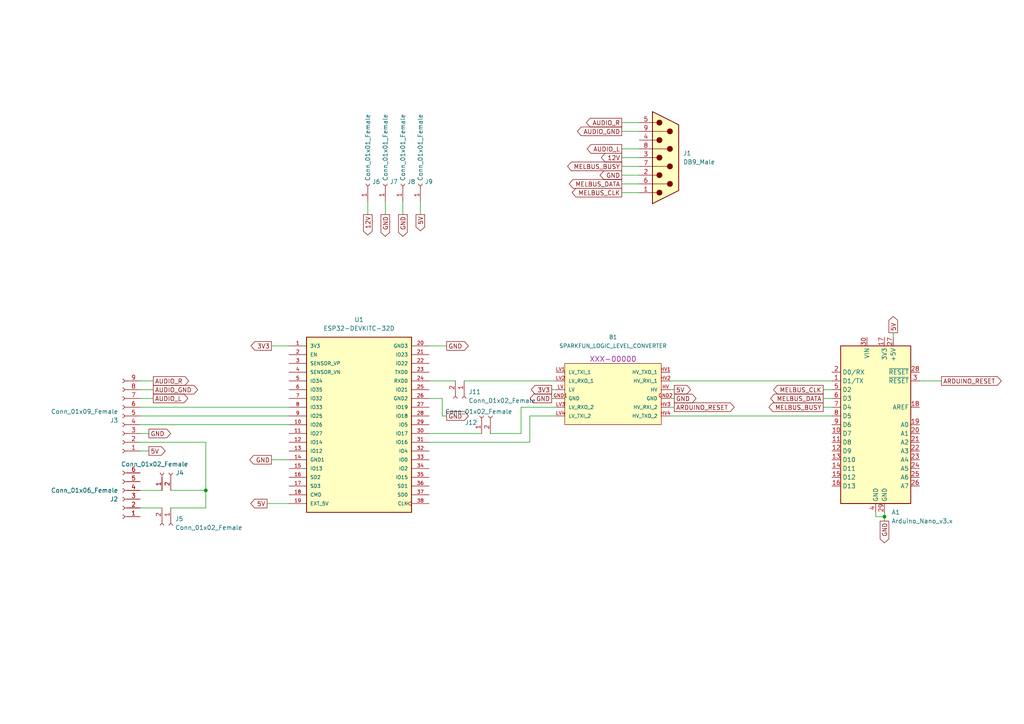
<source format=kicad_sch>
(kicad_sch (version 20211123) (generator eeschema)
  (paper "A4")
  (lib_symbols
    (symbol "Connector:Conn_01x01_Female" (pin_names (offset 1.016) hide)
      (property "Reference" "J" (at 0 2.54 0))
      (property "Value" "Conn_01x01_Female" (at 0 -2.54 0))
      (symbol "Conn_01x01_Female_1_1"
        (polyline (pts (xy -1.27 0) (xy -0.508 0)) (stroke (width 0.1524)))
        (arc (start 0 0.508) (mid -0.508 0) (end 0 -0.508) (stroke (width 0.1524)))
        (pin passive line (at -5.08 0 0) (length 3.81) (name "Pin_1") (number "1"))
      )
    )
    (symbol "Connector:Conn_01x02_Female" (pin_names (offset 1.016) hide)
      (property "Reference" "J" (at 0 2.54 0))
      (property "Value" "Conn_01x02_Female" (at 0 -5.08 0))
      (symbol "Conn_01x02_Female_1_1"
        (arc (start 0 -2.032) (mid -0.508 -2.54) (end 0 -3.048) (stroke (width 0.1524)))
        (polyline (pts (xy -1.27 -2.54) (xy -0.508 -2.54)) (stroke (width 0.1524)))
        (polyline (pts (xy -1.27 0) (xy -0.508 0)) (stroke (width 0.1524)))
        (arc (start 0 0.508) (mid -0.508 0) (end 0 -0.508) (stroke (width 0.1524)))
        (pin passive line (at -5.08 0 0) (length 3.81) (name "Pin_1") (number "1"))
        (pin passive line (at -5.08 -2.54 0) (length 3.81) (name "Pin_2") (number "2"))
      )
    )
    (symbol "Connector:Conn_01x06_Female" (pin_names (offset 1.016) hide)
      (property "Reference" "J" (at 0 7.62 0))
      (property "Value" "Conn_01x06_Female" (at 0 -10.16 0))
      (symbol "Conn_01x06_Female_1_1"
        (arc (start 0 -7.112) (mid -0.508 -7.62) (end 0 -8.128) (stroke (width 0.1524)))
        (arc (start 0 -4.572) (mid -0.508 -5.08) (end 0 -5.588) (stroke (width 0.1524)))
        (arc (start 0 -2.032) (mid -0.508 -2.54) (end 0 -3.048) (stroke (width 0.1524)))
        (polyline (pts (xy -1.27 -7.62) (xy -0.508 -7.62)) (stroke (width 0.1524)))
        (polyline (pts (xy -1.27 -5.08) (xy -0.508 -5.08)) (stroke (width 0.1524)))
        (polyline (pts (xy -1.27 -2.54) (xy -0.508 -2.54)) (stroke (width 0.1524)))
        (polyline (pts (xy -1.27 0) (xy -0.508 0)) (stroke (width 0.1524)))
        (polyline (pts (xy -1.27 2.54) (xy -0.508 2.54)) (stroke (width 0.1524)))
        (polyline (pts (xy -1.27 5.08) (xy -0.508 5.08)) (stroke (width 0.1524)))
        (arc (start 0 0.508) (mid -0.508 0) (end 0 -0.508) (stroke (width 0.1524)))
        (arc (start 0 3.048) (mid -0.508 2.54) (end 0 2.032) (stroke (width 0.1524)))
        (arc (start 0 5.588) (mid -0.508 5.08) (end 0 4.572) (stroke (width 0.1524)))
        (pin passive line (at -5.08 5.08 0) (length 3.81) (name "Pin_1") (number "1"))
        (pin passive line (at -5.08 2.54 0) (length 3.81) (name "Pin_2") (number "2"))
        (pin passive line (at -5.08 0 0) (length 3.81) (name "Pin_3") (number "3"))
        (pin passive line (at -5.08 -2.54 0) (length 3.81) (name "Pin_4") (number "4"))
        (pin passive line (at -5.08 -5.08 0) (length 3.81) (name "Pin_5") (number "5"))
        (pin passive line (at -5.08 -7.62 0) (length 3.81) (name "Pin_6") (number "6"))
      )
    )
    (symbol "Connector:Conn_01x09_Female" (pin_names (offset 1.016) hide)
      (property "Reference" "J" (at 0 12.7 0))
      (property "Value" "Conn_01x09_Female" (at 0 -12.7 0))
      (symbol "Conn_01x09_Female_1_1"
        (arc (start 0 -9.652) (mid -0.508 -10.16) (end 0 -10.668) (stroke (width 0.1524)))
        (arc (start 0 -7.112) (mid -0.508 -7.62) (end 0 -8.128) (stroke (width 0.1524)))
        (arc (start 0 -4.572) (mid -0.508 -5.08) (end 0 -5.588) (stroke (width 0.1524)))
        (arc (start 0 -2.032) (mid -0.508 -2.54) (end 0 -3.048) (stroke (width 0.1524)))
        (polyline (pts (xy -1.27 -10.16) (xy -0.508 -10.16)) (stroke (width 0.1524)))
        (polyline (pts (xy -1.27 -7.62) (xy -0.508 -7.62)) (stroke (width 0.1524)))
        (polyline (pts (xy -1.27 -5.08) (xy -0.508 -5.08)) (stroke (width 0.1524)))
        (polyline (pts (xy -1.27 -2.54) (xy -0.508 -2.54)) (stroke (width 0.1524)))
        (polyline (pts (xy -1.27 0) (xy -0.508 0)) (stroke (width 0.1524)))
        (polyline (pts (xy -1.27 2.54) (xy -0.508 2.54)) (stroke (width 0.1524)))
        (polyline (pts (xy -1.27 5.08) (xy -0.508 5.08)) (stroke (width 0.1524)))
        (polyline (pts (xy -1.27 7.62) (xy -0.508 7.62)) (stroke (width 0.1524)))
        (polyline (pts (xy -1.27 10.16) (xy -0.508 10.16)) (stroke (width 0.1524)))
        (arc (start 0 0.508) (mid -0.508 0) (end 0 -0.508) (stroke (width 0.1524)))
        (arc (start 0 3.048) (mid -0.508 2.54) (end 0 2.032) (stroke (width 0.1524)))
        (arc (start 0 5.588) (mid -0.508 5.08) (end 0 4.572) (stroke (width 0.1524)))
        (arc (start 0 8.128) (mid -0.508 7.62) (end 0 7.112) (stroke (width 0.1524)))
        (arc (start 0 10.668) (mid -0.508 10.16) (end 0 9.652) (stroke (width 0.1524)))
        (pin passive line (at -5.08 10.16 0) (length 3.81) (name "Pin_1") (number "1"))
        (pin passive line (at -5.08 7.62 0) (length 3.81) (name "Pin_2") (number "2"))
        (pin passive line (at -5.08 5.08 0) (length 3.81) (name "Pin_3") (number "3"))
        (pin passive line (at -5.08 2.54 0) (length 3.81) (name "Pin_4") (number "4"))
        (pin passive line (at -5.08 0 0) (length 3.81) (name "Pin_5") (number "5"))
        (pin passive line (at -5.08 -2.54 0) (length 3.81) (name "Pin_6") (number "6"))
        (pin passive line (at -5.08 -5.08 0) (length 3.81) (name "Pin_7") (number "7"))
        (pin passive line (at -5.08 -7.62 0) (length 3.81) (name "Pin_8") (number "8"))
        (pin passive line (at -5.08 -10.16 0) (length 3.81) (name "Pin_9") (number "9"))
      )
    )
    (symbol "Connector:DB9_Male" (pin_names (offset 1.016) hide)
      (property "Reference" "J" (at 0 13.97 0))
      (property "Value" "DB9_Male" (at 0 -14.605 0))
      (symbol "DB9_Male_0_1"
        (circle (center -1.778 -10.16) (radius 0.762) (fill (type outline)))
        (circle (center -1.778 -5.08) (radius 0.762) (fill (type outline)))
        (circle (center -1.778 0) (radius 0.762) (fill (type outline)))
        (circle (center -1.778 5.08) (radius 0.762) (fill (type outline)))
        (circle (center -1.778 10.16) (radius 0.762) (fill (type outline)))
        (polyline (pts (xy -3.81 -10.16) (xy -2.54 -10.16)))
        (polyline (pts (xy -3.81 -7.62) (xy 0.508 -7.62)))
        (polyline (pts (xy -3.81 -5.08) (xy -2.54 -5.08)))
        (polyline (pts (xy -3.81 -2.54) (xy 0.508 -2.54)))
        (polyline (pts (xy -3.81 0) (xy -2.54 0)))
        (polyline (pts (xy -3.81 2.54) (xy 0.508 2.54)))
        (polyline (pts (xy -3.81 5.08) (xy -2.54 5.08)))
        (polyline (pts (xy -3.81 7.62) (xy 0.508 7.62)))
        (polyline (pts (xy -3.81 10.16) (xy -2.54 10.16)))
        (polyline (pts (xy -3.81 -13.335) (xy -3.81 13.335) (xy 3.81 9.525) (xy 3.81 -9.525) (xy -3.81 -13.335)) (stroke (width 0.254)) (fill (type background)))
        (circle (center 1.27 -7.62) (radius 0.762) (fill (type outline)))
        (circle (center 1.27 -2.54) (radius 0.762) (fill (type outline)))
        (circle (center 1.27 2.54) (radius 0.762) (fill (type outline)))
        (circle (center 1.27 7.62) (radius 0.762) (fill (type outline)))
      )
      (symbol "DB9_Male_1_1"
        (pin passive line (at -7.62 -10.16 0) (length 3.81) (name "1") (number "1"))
        (pin passive line (at -7.62 -5.08 0) (length 3.81) (name "2") (number "2"))
        (pin passive line (at -7.62 0 0) (length 3.81) (name "3") (number "3"))
        (pin passive line (at -7.62 5.08 0) (length 3.81) (name "4") (number "4"))
        (pin passive line (at -7.62 10.16 0) (length 3.81) (name "5") (number "5"))
        (pin passive line (at -7.62 -7.62 0) (length 3.81) (name "6") (number "6"))
        (pin passive line (at -7.62 -2.54 0) (length 3.81) (name "7") (number "7"))
        (pin passive line (at -7.62 2.54 0) (length 3.81) (name "8") (number "8"))
        (pin passive line (at -7.62 7.62 0) (length 3.81) (name "9") (number "9"))
      )
    )
    (symbol "ESP32-DEVKITC-32D:ESP32-DEVKITC-32D" (pin_names (offset 1.016))
      (property "Reference" "U" (at -15.2654 26.0604 0))
      (property "Value" "ESP32-DEVKITC-32D" (at -15.2654 -27.9654 0))
      (symbol "ESP32-DEVKITC-32D_0_0"
        (rectangle (start -15.24 -25.4) (end 15.24 25.4) (stroke (width 0.254)) (fill (type background)))
        (pin power_in line (at -20.32 22.86 0) (length 5.08) (name "3V3") (number "1"))
        (pin bidirectional line (at -20.32 0 0) (length 5.08) (name "IO26") (number "10"))
        (pin bidirectional line (at -20.32 -2.54 0) (length 5.08) (name "IO27") (number "11"))
        (pin bidirectional line (at -20.32 -5.08 0) (length 5.08) (name "IO14") (number "12"))
        (pin bidirectional line (at -20.32 -7.62 0) (length 5.08) (name "IO12") (number "13"))
        (pin power_in line (at -20.32 -10.16 0) (length 5.08) (name "GND1") (number "14"))
        (pin bidirectional line (at -20.32 -12.7 0) (length 5.08) (name "IO13") (number "15"))
        (pin bidirectional line (at -20.32 -15.24 0) (length 5.08) (name "SD2") (number "16"))
        (pin bidirectional line (at -20.32 -17.78 0) (length 5.08) (name "SD3") (number "17"))
        (pin bidirectional line (at -20.32 -20.32 0) (length 5.08) (name "CMD") (number "18"))
        (pin power_in line (at -20.32 -22.86 0) (length 5.08) (name "EXT_5V") (number "19"))
        (pin input line (at -20.32 20.32 0) (length 5.08) (name "EN") (number "2"))
        (pin power_in line (at 20.32 22.86 180) (length 5.08) (name "GND3") (number "20"))
        (pin bidirectional line (at 20.32 20.32 180) (length 5.08) (name "IO23") (number "21"))
        (pin bidirectional line (at 20.32 17.78 180) (length 5.08) (name "IO22") (number "22"))
        (pin output line (at 20.32 15.24 180) (length 5.08) (name "TXD0") (number "23"))
        (pin input line (at 20.32 12.7 180) (length 5.08) (name "RXD0") (number "24"))
        (pin bidirectional line (at 20.32 10.16 180) (length 5.08) (name "IO21") (number "25"))
        (pin power_in line (at 20.32 7.62 180) (length 5.08) (name "GND2") (number "26"))
        (pin bidirectional line (at 20.32 5.08 180) (length 5.08) (name "IO19") (number "27"))
        (pin bidirectional line (at 20.32 2.54 180) (length 5.08) (name "IO18") (number "28"))
        (pin bidirectional line (at 20.32 0 180) (length 5.08) (name "IO5") (number "29"))
        (pin input line (at -20.32 17.78 0) (length 5.08) (name "SENSOR_VP") (number "3"))
        (pin bidirectional line (at 20.32 -2.54 180) (length 5.08) (name "IO17") (number "30"))
        (pin bidirectional line (at 20.32 -5.08 180) (length 5.08) (name "IO16") (number "31"))
        (pin bidirectional line (at 20.32 -7.62 180) (length 5.08) (name "IO4") (number "32"))
        (pin bidirectional line (at 20.32 -10.16 180) (length 5.08) (name "IO0") (number "33"))
        (pin bidirectional line (at 20.32 -12.7 180) (length 5.08) (name "IO2") (number "34"))
        (pin bidirectional line (at 20.32 -15.24 180) (length 5.08) (name "IO15") (number "35"))
        (pin bidirectional line (at 20.32 -17.78 180) (length 5.08) (name "SD1") (number "36"))
        (pin bidirectional line (at 20.32 -20.32 180) (length 5.08) (name "SD0") (number "37"))
        (pin input clock (at 20.32 -22.86 180) (length 5.08) (name "CLK") (number "38"))
        (pin input line (at -20.32 15.24 0) (length 5.08) (name "SENSOR_VN") (number "4"))
        (pin bidirectional line (at -20.32 12.7 0) (length 5.08) (name "IO34") (number "5"))
        (pin bidirectional line (at -20.32 10.16 0) (length 5.08) (name "IO35") (number "6"))
        (pin bidirectional line (at -20.32 7.62 0) (length 5.08) (name "IO32") (number "7"))
        (pin bidirectional line (at -20.32 5.08 0) (length 5.08) (name "IO33") (number "8"))
        (pin bidirectional line (at -20.32 2.54 0) (length 5.08) (name "IO25") (number "9"))
      )
    )
    (symbol "MCU_Module:Arduino_Nano_v3.x"
      (property "Reference" "A" (at -10.16 23.495 0))
      (property "Value" "Arduino_Nano_v3.x" (at 5.08 -24.13 0))
      (symbol "Arduino_Nano_v3.x_0_1"
        (rectangle (start -10.16 22.86) (end 10.16 -22.86) (stroke (width 0.254)) (fill (type background)))
      )
      (symbol "Arduino_Nano_v3.x_1_1"
        (pin bidirectional line (at -12.7 12.7 0) (length 2.54) (name "D1/TX") (number "1"))
        (pin bidirectional line (at -12.7 -2.54 0) (length 2.54) (name "D7") (number "10"))
        (pin bidirectional line (at -12.7 -5.08 0) (length 2.54) (name "D8") (number "11"))
        (pin bidirectional line (at -12.7 -7.62 0) (length 2.54) (name "D9") (number "12"))
        (pin bidirectional line (at -12.7 -10.16 0) (length 2.54) (name "D10") (number "13"))
        (pin bidirectional line (at -12.7 -12.7 0) (length 2.54) (name "D11") (number "14"))
        (pin bidirectional line (at -12.7 -15.24 0) (length 2.54) (name "D12") (number "15"))
        (pin bidirectional line (at -12.7 -17.78 0) (length 2.54) (name "D13") (number "16"))
        (pin power_out line (at 2.54 25.4 270) (length 2.54) (name "3V3") (number "17"))
        (pin input line (at 12.7 5.08 180) (length 2.54) (name "AREF") (number "18"))
        (pin bidirectional line (at 12.7 0 180) (length 2.54) (name "A0") (number "19"))
        (pin bidirectional line (at -12.7 15.24 0) (length 2.54) (name "D0/RX") (number "2"))
        (pin bidirectional line (at 12.7 -2.54 180) (length 2.54) (name "A1") (number "20"))
        (pin bidirectional line (at 12.7 -5.08 180) (length 2.54) (name "A2") (number "21"))
        (pin bidirectional line (at 12.7 -7.62 180) (length 2.54) (name "A3") (number "22"))
        (pin bidirectional line (at 12.7 -10.16 180) (length 2.54) (name "A4") (number "23"))
        (pin bidirectional line (at 12.7 -12.7 180) (length 2.54) (name "A5") (number "24"))
        (pin bidirectional line (at 12.7 -15.24 180) (length 2.54) (name "A6") (number "25"))
        (pin bidirectional line (at 12.7 -17.78 180) (length 2.54) (name "A7") (number "26"))
        (pin power_out line (at 5.08 25.4 270) (length 2.54) (name "+5V") (number "27"))
        (pin input line (at 12.7 15.24 180) (length 2.54) (name "~{RESET}") (number "28"))
        (pin power_in line (at 2.54 -25.4 90) (length 2.54) (name "GND") (number "29"))
        (pin input line (at 12.7 12.7 180) (length 2.54) (name "~{RESET}") (number "3"))
        (pin power_in line (at -2.54 25.4 270) (length 2.54) (name "VIN") (number "30"))
        (pin power_in line (at 0 -25.4 90) (length 2.54) (name "GND") (number "4"))
        (pin bidirectional line (at -12.7 10.16 0) (length 2.54) (name "D2") (number "5"))
        (pin bidirectional line (at -12.7 7.62 0) (length 2.54) (name "D3") (number "6"))
        (pin bidirectional line (at -12.7 5.08 0) (length 2.54) (name "D4") (number "7"))
        (pin bidirectional line (at -12.7 2.54 0) (length 2.54) (name "D5") (number "8"))
        (pin bidirectional line (at -12.7 0 0) (length 2.54) (name "D6") (number "9"))
      )
    )
    (symbol "SparkFun-Boards:SPARKFUN_LOGIC_LEVEL_CONVERTER" (pin_names (offset 1.016))
      (property "Reference" "B" (at -13.97 11.43 0))
      (property "Value" "SPARKFUN_LOGIC_LEVEL_CONVERTER" (at -13.97 -10.16 0))
      (property "Field4" "XXX-00000" (at 0 12.7 0))
      (symbol "SPARKFUN_LOGIC_LEVEL_CONVERTER_1_1"
        (polyline (pts (xy -13.97 -7.62) (xy -13.97 10.16) (xy 13.97 10.16) (xy 13.97 -7.62) (xy -13.97 -7.62)) (fill (type background)))
        (pin power_in line (at -16.51 0 0) (length 2.54) (name "GND") (number "GND1"))
        (pin power_in line (at 16.51 0 180) (length 2.54) (name "GND") (number "GND2"))
        (pin power_in line (at 16.51 2.54 180) (length 2.54) (name "HV") (number "HV"))
        (pin bidirectional line (at 16.51 7.62 180) (length 2.54) (name "HV_TXO_1") (number "HV1"))
        (pin bidirectional line (at 16.51 5.08 180) (length 2.54) (name "HV_RXI_1") (number "HV2"))
        (pin bidirectional line (at 16.51 -2.54 180) (length 2.54) (name "HV_RXI_2") (number "HV3"))
        (pin bidirectional line (at 16.51 -5.08 180) (length 2.54) (name "HV_TXO_2") (number "HV4"))
        (pin power_in line (at -16.51 2.54 0) (length 2.54) (name "LV") (number "LV"))
        (pin bidirectional line (at -16.51 7.62 0) (length 2.54) (name "LV_TXI_1") (number "LV1"))
        (pin bidirectional line (at -16.51 5.08 0) (length 2.54) (name "LV_RXO_1") (number "LV2"))
        (pin bidirectional line (at -16.51 -2.54 0) (length 2.54) (name "LV_RXO_2") (number "LV3"))
        (pin bidirectional line (at -16.51 -5.08 0) (length 2.54) (name "LV_TXI_2") (number "LV4"))
      )
    )
  )
  (junction (at 256.54 149.86))
  (junction (at 59.69 142.24))
  (wire (pts (xy 194.31 113.03) (xy 195.58 113.03)))
  (wire (pts (xy 153.67 120.65) (xy 161.29 120.65)))
  (wire (pts (xy 180.34 38.1) (xy 185.42 38.1)))
  (wire (pts (xy 111.76 58.42) (xy 111.76 62.23)))
  (wire (pts (xy 180.34 50.8) (xy 185.42 50.8)))
  (wire (pts (xy 134.62 110.49) (xy 161.29 110.49)))
  (wire (pts (xy 59.69 128.27) (xy 40.64 128.27)))
  (wire (pts (xy 180.34 53.34) (xy 185.42 53.34)))
  (wire (pts (xy 238.76 113.03) (xy 241.3 113.03)))
  (wire (pts (xy 124.46 125.73) (xy 139.7 125.73)))
  (wire (pts (xy 180.34 43.18) (xy 185.42 43.18)))
  (wire (pts (xy 180.34 55.88) (xy 185.42 55.88)))
  (wire (pts (xy 254 149.86) (xy 254 148.59)))
  (wire (pts (xy 40.64 110.49) (xy 44.45 110.49)))
  (wire (pts (xy 194.31 120.65) (xy 241.3 120.65)))
  (wire (pts (xy 106.68 58.42) (xy 106.68 62.23)))
  (wire (pts (xy 256.54 148.59) (xy 256.54 149.86)))
  (wire (pts (xy 40.64 118.11) (xy 83.82 118.11)))
  (wire (pts (xy 59.69 142.24) (xy 59.69 128.27)))
  (wire (pts (xy 40.64 142.24) (xy 46.99 142.24)))
  (wire (pts (xy 77.47 146.05) (xy 83.82 146.05)))
  (wire (pts (xy 40.64 113.03) (xy 44.45 113.03)))
  (wire (pts (xy 128.27 120.65) (xy 128.27 115.57)))
  (wire (pts (xy 180.34 45.72) (xy 185.42 45.72)))
  (wire (pts (xy 40.64 130.81) (xy 43.18 130.81)))
  (wire (pts (xy 49.53 147.32) (xy 59.69 147.32)))
  (wire (pts (xy 160.02 115.57) (xy 161.29 115.57)))
  (wire (pts (xy 128.27 115.57) (xy 124.46 115.57)))
  (wire (pts (xy 256.54 149.86) (xy 256.54 151.13)))
  (wire (pts (xy 238.76 118.11) (xy 241.3 118.11)))
  (wire (pts (xy 256.54 149.86) (xy 254 149.86)))
  (wire (pts (xy 180.34 35.56) (xy 185.42 35.56)))
  (wire (pts (xy 238.76 115.57) (xy 241.3 115.57)))
  (wire (pts (xy 78.74 133.35) (xy 83.82 133.35)))
  (wire (pts (xy 142.24 125.73) (xy 151.13 125.73)))
  (wire (pts (xy 40.64 125.73) (xy 43.18 125.73)))
  (wire (pts (xy 40.64 123.19) (xy 83.82 123.19)))
  (wire (pts (xy 59.69 147.32) (xy 59.69 142.24)))
  (wire (pts (xy 78.74 100.33) (xy 83.82 100.33)))
  (wire (pts (xy 180.34 48.26) (xy 185.42 48.26)))
  (wire (pts (xy 116.84 58.42) (xy 116.84 62.23)))
  (wire (pts (xy 49.53 142.24) (xy 59.69 142.24)))
  (wire (pts (xy 40.64 147.32) (xy 46.99 147.32)))
  (wire (pts (xy 124.46 128.27) (xy 153.67 128.27)))
  (wire (pts (xy 121.92 58.42) (xy 121.92 62.23)))
  (wire (pts (xy 160.02 113.03) (xy 161.29 113.03)))
  (wire (pts (xy 129.54 120.65) (xy 128.27 120.65)))
  (wire (pts (xy 151.13 125.73) (xy 151.13 118.11)))
  (wire (pts (xy 259.08 96.52) (xy 259.08 97.79)))
  (wire (pts (xy 40.64 120.65) (xy 83.82 120.65)))
  (wire (pts (xy 124.46 100.33) (xy 129.54 100.33)))
  (wire (pts (xy 153.67 128.27) (xy 153.67 120.65)))
  (wire (pts (xy 194.31 118.11) (xy 195.58 118.11)))
  (wire (pts (xy 194.31 115.57) (xy 195.58 115.57)))
  (wire (pts (xy 266.7 110.49) (xy 273.05 110.49)))
  (wire (pts (xy 124.46 110.49) (xy 132.08 110.49)))
  (wire (pts (xy 194.31 110.49) (xy 241.3 110.49)))
  (wire (pts (xy 40.64 115.57) (xy 44.45 115.57)))
  (wire (pts (xy 151.13 118.11) (xy 161.29 118.11)))
  (global_label "3V3" (shape output) (at 160.02 113.03 180) (property "Intersheet References" "${INTERSHEET_REFS}" (effects hide)))
  (global_label "GND" (shape output) (at 180.34 50.8 180) (property "Intersheet References" "${INTERSHEET_REFS}" (effects hide)))
  (global_label "ARDUINO_RESET" (shape output) (at 195.58 118.11 0) (property "Intersheet References" "${INTERSHEET_REFS}" (effects hide)))
  (global_label "AUDIO_L" (shape output) (at 44.45 115.57 0) (property "Intersheet References" "${INTERSHEET_REFS}" (effects hide)))
  (global_label "GND" (shape output) (at 111.76 62.23 270) (property "Intersheet References" "${INTERSHEET_REFS}" (effects hide)))
  (global_label "GND" (shape output) (at 256.54 151.13 270) (property "Intersheet References" "${INTERSHEET_REFS}" (effects hide)))
  (global_label "GND" (shape output) (at 160.02 115.57 180) (property "Intersheet References" "${INTERSHEET_REFS}" (effects hide)))
  (global_label "3V3" (shape output) (at 78.74 100.33 180) (property "Intersheet References" "${INTERSHEET_REFS}" (effects hide)))
  (global_label "AUDIO_R" (shape output) (at 44.45 110.49 0) (property "Intersheet References" "${INTERSHEET_REFS}" (effects hide)))
  (global_label "MELBUS_BUSY" (shape output) (at 180.34 48.26 180) (property "Intersheet References" "${INTERSHEET_REFS}" (effects hide)))
  (global_label "GND" (shape output) (at 116.84 62.23 270) (property "Intersheet References" "${INTERSHEET_REFS}" (effects hide)))
  (global_label "MELBUS_BUSY" (shape output) (at 238.76 118.11 180) (property "Intersheet References" "${INTERSHEET_REFS}" (effects hide)))
  (global_label "GND" (shape output) (at 195.58 115.57 0) (property "Intersheet References" "${INTERSHEET_REFS}" (effects hide)))
  (global_label "AUDIO_GND" (shape output) (at 180.34 38.1 180) (property "Intersheet References" "${INTERSHEET_REFS}" (effects hide)))
  (global_label "12V" (shape output) (at 106.68 62.23 270) (property "Intersheet References" "${INTERSHEET_REFS}" (effects hide)))
  (global_label "5V" (shape output) (at 195.58 113.03 0) (property "Intersheet References" "${INTERSHEET_REFS}" (effects hide)))
  (global_label "5V" (shape output) (at 121.92 62.23 270) (property "Intersheet References" "${INTERSHEET_REFS}" (effects hide)))
  (global_label "GND" (shape output) (at 43.18 125.73 0) (property "Intersheet References" "${INTERSHEET_REFS}" (effects hide)))
  (global_label "AUDIO_L" (shape output) (at 180.34 43.18 180) (property "Intersheet References" "${INTERSHEET_REFS}" (effects hide)))
  (global_label "MELBUS_DATA" (shape output) (at 238.76 115.57 180) (property "Intersheet References" "${INTERSHEET_REFS}" (effects hide)))
  (global_label "MELBUS_CLK" (shape output) (at 238.76 113.03 180) (property "Intersheet References" "${INTERSHEET_REFS}" (effects hide)))
  (global_label "GND" (shape output) (at 78.74 133.35 180) (property "Intersheet References" "${INTERSHEET_REFS}" (effects hide)))
  (global_label "AUDIO_GND" (shape output) (at 44.45 113.03 0) (property "Intersheet References" "${INTERSHEET_REFS}" (effects hide)))
  (global_label "MELBUS_DATA" (shape output) (at 180.34 53.34 180) (property "Intersheet References" "${INTERSHEET_REFS}" (effects hide)))
  (global_label "MELBUS_CLK" (shape output) (at 180.34 55.88 180) (property "Intersheet References" "${INTERSHEET_REFS}" (effects hide)))
  (global_label "12V" (shape output) (at 180.34 45.72 180) (property "Intersheet References" "${INTERSHEET_REFS}" (effects hide)))
  (global_label "ARDUINO_RESET" (shape output) (at 273.05 110.49 0) (property "Intersheet References" "${INTERSHEET_REFS}" (effects hide)))
  (global_label "GND" (shape output) (at 129.54 120.65 0) (property "Intersheet References" "${INTERSHEET_REFS}" (effects hide)))
  (global_label "AUDIO_R" (shape output) (at 180.34 35.56 180) (property "Intersheet References" "${INTERSHEET_REFS}" (effects hide)))
  (global_label "5V" (shape output) (at 43.18 130.81 0) (property "Intersheet References" "${INTERSHEET_REFS}" (effects hide)))
  (global_label "5V" (shape output) (at 77.47 146.05 180) (property "Intersheet References" "${INTERSHEET_REFS}" (effects hide)))
  (global_label "5V" (shape output) (at 259.08 96.52 90) (property "Intersheet References" "${INTERSHEET_REFS}" (effects hide)))
  (global_label "GND" (shape output) (at 129.54 100.33 0) (property "Intersheet References" "${INTERSHEET_REFS}" (effects hide)))
  (symbol (lib_id "Connector:Conn_01x09_Female") (at 35.56 120.65 180) (unit 1)
    (property "Reference" "J3" (at 34.29 121.9201 0) (effects (justify left)))
    (property "Value" "Conn_01x09_Female" (at 34.29 119.3801 0) (effects (justify left)))
    (property "Footprint" "Connector_PinSocket_2.54mm:PinSocket_1x09_P2.54mm_Vertical" (effects hide))
  )
  (symbol (lib_id "Connector:Conn_01x01_Female") (at 121.92 53.34 90) (unit 1)
    (property "Reference" "J9" (at 123.19 52.7049 90) (effects (justify right)))
    (property "Value" "Conn_01x01_Female" (at 121.92 33.02 0) (effects (justify right)))
    (property "Footprint" "Connector_PinSocket_2.54mm:PinSocket_1x01_P2.54mm_Vertical" (effects hide))
  )
  (symbol (lib_id "Connector:Conn_01x02_Female") (at 134.62 115.57 270) (unit 1)
    (property "Reference" "J11" (at 135.89 113.6649 90) (effects (justify left)))
    (property "Value" "Conn_01x02_Female" (at 135.89 116.2049 90) (effects (justify left)))
    (property "Footprint" "Connectors:1X02_NO_SILK" (effects hide))
  )
  (symbol (lib_id "Connector:Conn_01x06_Female") (at 35.56 144.78 180) (unit 1)
    (property "Reference" "J2" (at 34.29 144.7801 0) (effects (justify left)))
    (property "Value" "Conn_01x06_Female" (at 34.29 142.2401 0) (effects (justify left)))
    (property "Footprint" "Connector_PinSocket_2.54mm:PinSocket_1x06_P2.54mm_Vertical" (effects hide))
  )
  (symbol (lib_id "MCU_Module:Arduino_Nano_v3.x") (at 254 123.19 0) (unit 1)
    (property "Reference" "A1" (at 258.5594 148.59 0) (effects (justify left)))
    (property "Value" "Arduino_Nano_v3.x" (at 258.5594 151.13 0) (effects (justify left)))
    (property "Footprint" "Module:Arduino_Nano" (effects hide))
    (property "Datasheet" "http://www.mouser.com/pdfdocs/Gravitech_Arduino_Nano3_0.pdf" (effects hide))
  )
  (symbol (lib_id "Connector:Conn_01x02_Female") (at 46.99 137.16 90) (unit 1)
    (property "Reference" "J4" (at 53.34 137.16 90) (effects (justify left)))
    (property "Value" "Conn_01x02_Female" (at 54.61 134.62 90) (effects (justify left)))
    (property "Footprint" "Connectors:1X02_NO_SILK" (effects hide))
  )
  (symbol (lib_id "SparkFun-Boards:SPARKFUN_LOGIC_LEVEL_CONVERTER") (at 177.8 115.57 0) (unit 1)
    (property "Reference" "B1" (at 177.8 97.79 0) (effects (font (size 1.143 1.143))))
    (property "Value" "SPARKFUN_LOGIC_LEVEL_CONVERTER" (at 177.8 100.33 0) (effects (font (size 1.143 1.143))))
    (property "Footprint" "Boards:SPARKFUN_LOGIC_LEVEL_CONVERTER" (effects hide))
    (property "Field4" "XXX-00000" (at 177.8 104.14 0) (effects (font (size 1.524 1.524))))
  )
  (symbol (lib_id "Connector:Conn_01x01_Female") (at 116.84 53.34 90) (unit 1)
    (property "Reference" "J8" (at 118.11 52.7049 90) (effects (justify right)))
    (property "Value" "Conn_01x01_Female" (at 116.84 33.02 0) (effects (justify right)))
    (property "Footprint" "Connector_PinSocket_2.54mm:PinSocket_1x01_P2.54mm_Vertical" (effects hide))
  )
  (symbol (lib_id "ESP32-DEVKITC-32D:ESP32-DEVKITC-32D") (at 104.14 123.19 0) (unit 1)
    (property "Reference" "U1" (at 104.14 92.71 0))
    (property "Value" "ESP32-DEVKITC-32D" (at 104.14 95.25 0))
    (property "Footprint" "esp32:MODULE_ESP32-DEVKITC-32D" (effects hide))
    (property "MANUFACTURER" "Espressif Systems" (effects hide))
    (property "PARTREV" "4" (effects hide))
  )
  (symbol (lib_id "Connector:DB9_Male") (at 193.04 45.72 0) (unit 1)
    (property "Reference" "J1" (at 198.12 44.4499 0) (effects (justify left)))
    (property "Value" "DB9_Male" (at 198.12 46.9899 0) (effects (justify left)))
    (property "Footprint" "Connector_Dsub:DSUB-9_Male_Horizontal_P2.77x2.54mm_EdgePinOffset9.40mm" (effects hide))
    (property "Datasheet" " ~" (effects hide))
  )
  (symbol (lib_id "Connector:Conn_01x02_Female") (at 49.53 152.4 270) (unit 1)
    (property "Reference" "J5" (at 50.8 150.4949 90) (effects (justify left)))
    (property "Value" "Conn_01x02_Female" (at 50.8 153.0349 90) (effects (justify left)))
    (property "Footprint" "Connectors:1X02_NO_SILK" (effects hide))
  )
  (symbol (lib_id "Connector:Conn_01x01_Female") (at 111.76 53.34 90) (unit 1)
    (property "Reference" "J7" (at 113.03 52.7049 90) (effects (justify right)))
    (property "Value" "Conn_01x01_Female" (at 111.76 33.02 0) (effects (justify right)))
    (property "Footprint" "Connector_PinSocket_2.54mm:PinSocket_1x01_P2.54mm_Vertical" (effects hide))
  )
  (symbol (lib_id "Connector:Conn_01x02_Female") (at 139.7 120.65 90) (unit 1)
    (property "Reference" "J12" (at 138.43 122.5551 90) (effects (justify left)))
    (property "Value" "Conn_01x02_Female" (at 148.59 119.38 90) (effects (justify left)))
    (property "Footprint" "Connectors:1X02_NO_SILK" (effects hide))
  )
  (symbol (lib_id "Connector:Conn_01x01_Female") (at 106.68 53.34 90) (unit 1)
    (property "Reference" "J6" (at 107.95 52.7049 90) (effects (justify right)))
    (property "Value" "Conn_01x01_Female" (at 106.68 33.02 0) (effects (justify right)))
    (property "Footprint" "Connector_PinSocket_2.54mm:PinSocket_1x01_P2.54mm_Vertical" (effects hide))
  )
)
</source>
